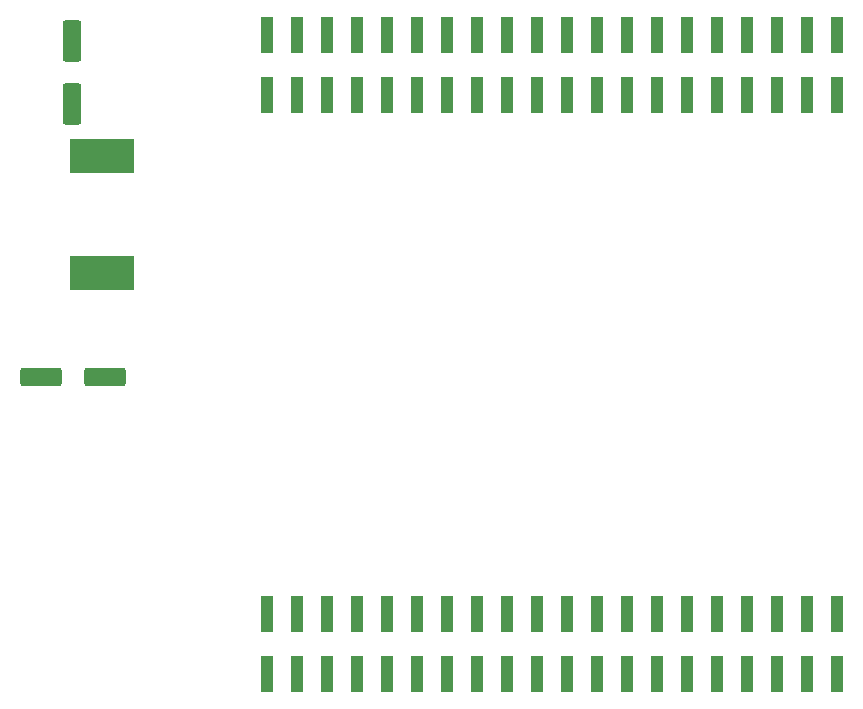
<source format=gtp>
%TF.GenerationSoftware,KiCad,Pcbnew,(6.0.5)*%
%TF.CreationDate,2022-06-02T10:53:14+02:00*%
%TF.ProjectId,Helios-Display,48656c69-6f73-42d4-9469-73706c61792e,5*%
%TF.SameCoordinates,Original*%
%TF.FileFunction,Paste,Top*%
%TF.FilePolarity,Positive*%
%FSLAX46Y46*%
G04 Gerber Fmt 4.6, Leading zero omitted, Abs format (unit mm)*
G04 Created by KiCad (PCBNEW (6.0.5)) date 2022-06-02 10:53:14*
%MOMM*%
%LPD*%
G01*
G04 APERTURE LIST*
G04 Aperture macros list*
%AMRoundRect*
0 Rectangle with rounded corners*
0 $1 Rounding radius*
0 $2 $3 $4 $5 $6 $7 $8 $9 X,Y pos of 4 corners*
0 Add a 4 corners polygon primitive as box body*
4,1,4,$2,$3,$4,$5,$6,$7,$8,$9,$2,$3,0*
0 Add four circle primitives for the rounded corners*
1,1,$1+$1,$2,$3*
1,1,$1+$1,$4,$5*
1,1,$1+$1,$6,$7*
1,1,$1+$1,$8,$9*
0 Add four rect primitives between the rounded corners*
20,1,$1+$1,$2,$3,$4,$5,0*
20,1,$1+$1,$4,$5,$6,$7,0*
20,1,$1+$1,$6,$7,$8,$9,0*
20,1,$1+$1,$8,$9,$2,$3,0*%
G04 Aperture macros list end*
%ADD10RoundRect,0.250000X1.500000X0.550000X-1.500000X0.550000X-1.500000X-0.550000X1.500000X-0.550000X0*%
%ADD11R,1.000000X3.150000*%
%ADD12RoundRect,0.250000X-0.550000X1.500000X-0.550000X-1.500000X0.550000X-1.500000X0.550000X1.500000X0*%
%ADD13R,5.400000X2.900000*%
G04 APERTURE END LIST*
D10*
X109474000Y-110236000D03*
X104074000Y-110236000D03*
D11*
X123190000Y-86345000D03*
X123190000Y-81295000D03*
X125730000Y-86345000D03*
X125730000Y-81295000D03*
X128270000Y-86345000D03*
X128270000Y-81295000D03*
X130810000Y-86345000D03*
X130810000Y-81295000D03*
X133350000Y-86345000D03*
X133350000Y-81295000D03*
X135890000Y-86345000D03*
X135890000Y-81295000D03*
X138430000Y-86345000D03*
X138430000Y-81295000D03*
X140970000Y-86345000D03*
X140970000Y-81295000D03*
X143510000Y-86345000D03*
X143510000Y-81295000D03*
X146050000Y-86345000D03*
X146050000Y-81295000D03*
X148590000Y-86345000D03*
X148590000Y-81295000D03*
X151130000Y-86345000D03*
X151130000Y-81295000D03*
X153670000Y-86345000D03*
X153670000Y-81295000D03*
X156210000Y-86345000D03*
X156210000Y-81295000D03*
X158750000Y-86345000D03*
X158750000Y-81295000D03*
X161290000Y-86345000D03*
X161290000Y-81295000D03*
X163830000Y-86345000D03*
X163830000Y-81295000D03*
X166370000Y-86345000D03*
X166370000Y-81295000D03*
X168910000Y-86345000D03*
X168910000Y-81295000D03*
X171450000Y-86345000D03*
X171450000Y-81295000D03*
D12*
X106680000Y-81755000D03*
X106680000Y-87155000D03*
D11*
X123190000Y-130295000D03*
X123190000Y-135345000D03*
X125730000Y-130295000D03*
X125730000Y-135345000D03*
X128270000Y-130295000D03*
X128270000Y-135345000D03*
X130810000Y-130295000D03*
X130810000Y-135345000D03*
X133350000Y-130295000D03*
X133350000Y-135345000D03*
X135890000Y-130295000D03*
X135890000Y-135345000D03*
X138430000Y-130295000D03*
X138430000Y-135345000D03*
X140970000Y-130295000D03*
X140970000Y-135345000D03*
X143510000Y-130295000D03*
X143510000Y-135345000D03*
X146050000Y-130295000D03*
X146050000Y-135345000D03*
X148590000Y-130295000D03*
X148590000Y-135345000D03*
X151130000Y-130295000D03*
X151130000Y-135345000D03*
X153670000Y-130295000D03*
X153670000Y-135345000D03*
X156210000Y-130295000D03*
X156210000Y-135345000D03*
X158750000Y-130295000D03*
X158750000Y-135345000D03*
X161290000Y-130295000D03*
X161290000Y-135345000D03*
X163830000Y-130295000D03*
X163830000Y-135345000D03*
X166370000Y-130295000D03*
X166370000Y-135345000D03*
X168910000Y-130295000D03*
X168910000Y-135345000D03*
X171450000Y-130295000D03*
X171450000Y-135345000D03*
D13*
X109220000Y-91570000D03*
X109220000Y-101470000D03*
M02*

</source>
